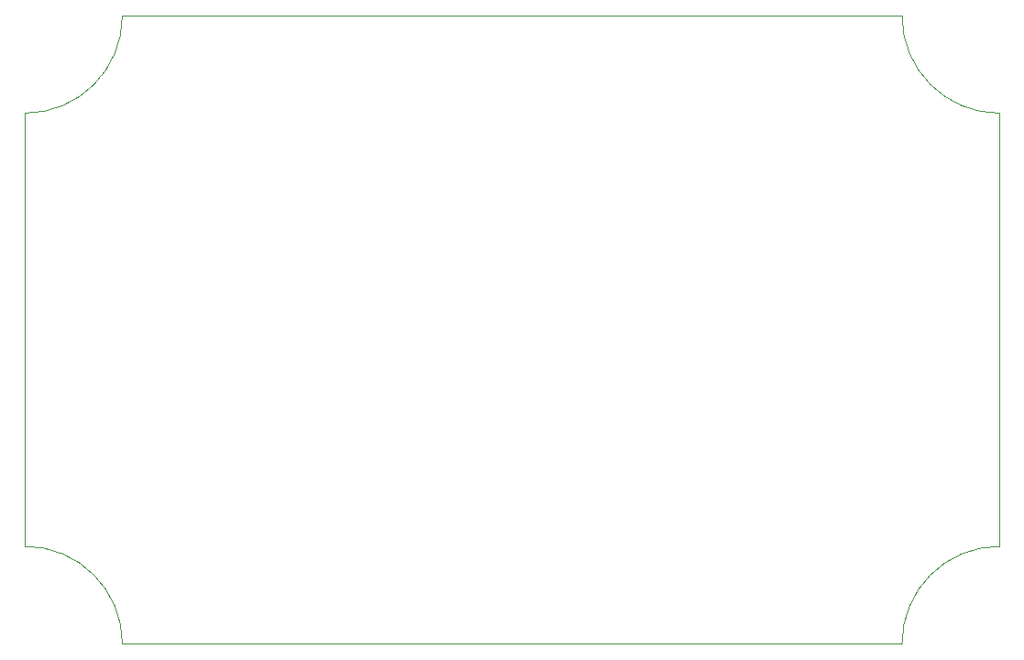
<source format=gm1>
G04 #@! TF.GenerationSoftware,KiCad,Pcbnew,5.1.9-73d0e3b20d~88~ubuntu18.04.1*
G04 #@! TF.CreationDate,2021-04-09T21:08:54+02:00*
G04 #@! TF.ProjectId,EcoApi_pcb,45636f41-7069-45f7-9063-622e6b696361,rev?*
G04 #@! TF.SameCoordinates,Original*
G04 #@! TF.FileFunction,Profile,NP*
%FSLAX46Y46*%
G04 Gerber Fmt 4.6, Leading zero omitted, Abs format (unit mm)*
G04 Created by KiCad (PCBNEW 5.1.9-73d0e3b20d~88~ubuntu18.04.1) date 2021-04-09 21:08:54*
%MOMM*%
%LPD*%
G01*
G04 APERTURE LIST*
G04 #@! TA.AperFunction,Profile*
%ADD10C,0.100000*%
G04 #@! TD*
G04 APERTURE END LIST*
D10*
X150100000Y-132100000D02*
G75*
G02*
X159100000Y-123100000I9000000J0D01*
G01*
X159100000Y-83100000D02*
G75*
G02*
X150100000Y-74100000I0J9000000D01*
G01*
X78100000Y-74100000D02*
G75*
G02*
X69100000Y-83100000I-9000000J0D01*
G01*
X69100000Y-123100000D02*
G75*
G02*
X78100000Y-132100000I0J-9000000D01*
G01*
X159100000Y-83100000D02*
X159100000Y-123100000D01*
X78100000Y-74100000D02*
X150100000Y-74100000D01*
X69100000Y-123100000D02*
X69100000Y-83100000D01*
X150100000Y-132100000D02*
X78100000Y-132100000D01*
M02*

</source>
